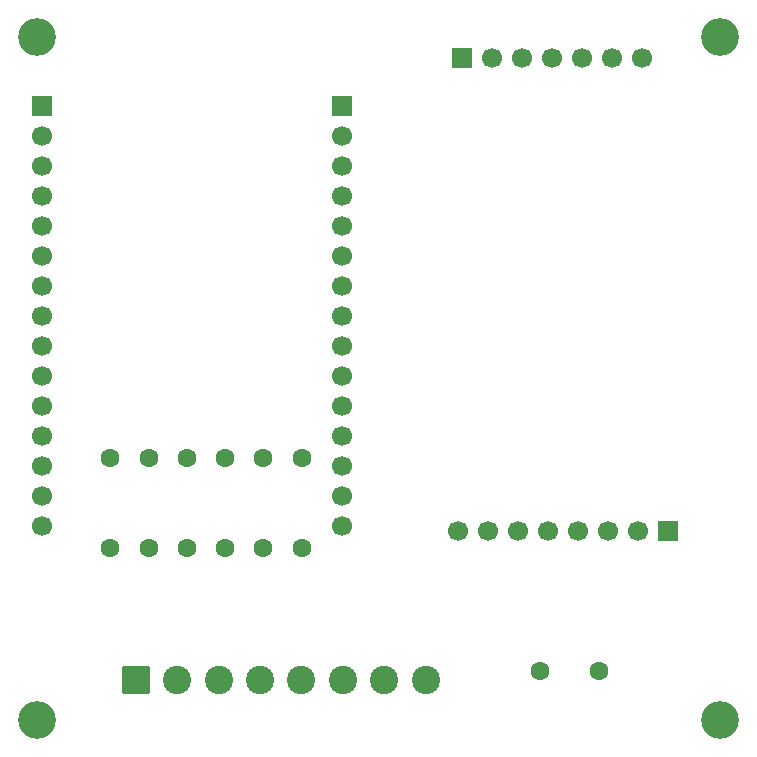
<source format=gts>
%TF.GenerationSoftware,KiCad,Pcbnew,9.0.5*%
%TF.CreationDate,2025-12-28T17:56:33+02:00*%
%TF.ProjectId,base-schematic-02,62617365-2d73-4636-9865-6d617469632d,rev?*%
%TF.SameCoordinates,Original*%
%TF.FileFunction,Soldermask,Top*%
%TF.FilePolarity,Negative*%
%FSLAX46Y46*%
G04 Gerber Fmt 4.6, Leading zero omitted, Abs format (unit mm)*
G04 Created by KiCad (PCBNEW 9.0.5) date 2025-12-28 17:56:33*
%MOMM*%
%LPD*%
G01*
G04 APERTURE LIST*
G04 Aperture macros list*
%AMRoundRect*
0 Rectangle with rounded corners*
0 $1 Rounding radius*
0 $2 $3 $4 $5 $6 $7 $8 $9 X,Y pos of 4 corners*
0 Add a 4 corners polygon primitive as box body*
4,1,4,$2,$3,$4,$5,$6,$7,$8,$9,$2,$3,0*
0 Add four circle primitives for the rounded corners*
1,1,$1+$1,$2,$3*
1,1,$1+$1,$4,$5*
1,1,$1+$1,$6,$7*
1,1,$1+$1,$8,$9*
0 Add four rect primitives between the rounded corners*
20,1,$1+$1,$2,$3,$4,$5,0*
20,1,$1+$1,$4,$5,$6,$7,0*
20,1,$1+$1,$6,$7,$8,$9,0*
20,1,$1+$1,$8,$9,$2,$3,0*%
G04 Aperture macros list end*
%ADD10R,1.700000X1.700000*%
%ADD11C,1.700000*%
%ADD12C,3.200000*%
%ADD13C,1.600000*%
%ADD14RoundRect,0.250001X-0.949999X-0.949999X0.949999X-0.949999X0.949999X0.949999X-0.949999X0.949999X0*%
%ADD15C,2.400000*%
G04 APERTURE END LIST*
D10*
%TO.C,J2*%
X79400000Y-59460000D03*
D11*
X79400000Y-62000000D03*
X79400000Y-64540000D03*
X79400000Y-67080000D03*
X79400000Y-69620000D03*
X79400000Y-72160000D03*
X79400000Y-74700000D03*
X79400000Y-77240000D03*
X79400000Y-79780000D03*
X79400000Y-82320000D03*
X79400000Y-84860000D03*
X79400000Y-87400000D03*
X79400000Y-89940000D03*
X79400000Y-92480000D03*
X79400000Y-95020000D03*
%TD*%
D10*
%TO.C,J1*%
X54000000Y-59460000D03*
D11*
X54000000Y-62000000D03*
X54000000Y-64540000D03*
X54000000Y-67080000D03*
X54000000Y-69620000D03*
X54000000Y-72160000D03*
X54000000Y-74700000D03*
X54000000Y-77240000D03*
X54000000Y-79780000D03*
X54000000Y-82320000D03*
X54000000Y-84860000D03*
X54000000Y-87400000D03*
X54000000Y-89940000D03*
X54000000Y-92480000D03*
X54000000Y-95020000D03*
%TD*%
D12*
%TO.C,H1*%
X53600000Y-53600000D03*
%TD*%
D13*
%TO.C,R2*%
X63053000Y-89255000D03*
X63053000Y-96875000D03*
%TD*%
%TO.C,R1*%
X59810000Y-89255000D03*
X59810000Y-96875000D03*
%TD*%
D10*
%TO.C,J3-DAC1*%
X89570000Y-55335000D03*
D11*
X92110000Y-55335000D03*
X94650000Y-55335000D03*
X97190000Y-55335000D03*
X99730000Y-55335000D03*
X102270000Y-55335000D03*
X104810000Y-55335000D03*
%TD*%
D12*
%TO.C,H4*%
X53600000Y-111400000D03*
%TD*%
D13*
%TO.C,R4*%
X69539000Y-89255000D03*
X69539000Y-96875000D03*
%TD*%
%TO.C,C2*%
X96160000Y-107270000D03*
X101160000Y-107270000D03*
%TD*%
%TO.C,R6*%
X76025000Y-89255000D03*
X76025000Y-96875000D03*
%TD*%
%TO.C,R5*%
X72782000Y-89255000D03*
X72782000Y-96875000D03*
%TD*%
%TO.C,R3*%
X66296000Y-89255000D03*
X66296000Y-96875000D03*
%TD*%
D14*
%TO.C,J4*%
X62000000Y-108000000D03*
D15*
X65500000Y-108000000D03*
X69000000Y-108000000D03*
X72500000Y-108000000D03*
X76000000Y-108000000D03*
X79500000Y-108000000D03*
X83000000Y-108000000D03*
X86500000Y-108000000D03*
%TD*%
D12*
%TO.C,H3*%
X111450000Y-111430000D03*
%TD*%
%TO.C,H2*%
X111400000Y-53600000D03*
%TD*%
D10*
%TO.C,J4-IMU1*%
X107009138Y-95394959D03*
D11*
X104469138Y-95394959D03*
X101929138Y-95394959D03*
X99389138Y-95394959D03*
X96849138Y-95394959D03*
X94309138Y-95394959D03*
X91769138Y-95394959D03*
X89229138Y-95394959D03*
%TD*%
M02*

</source>
